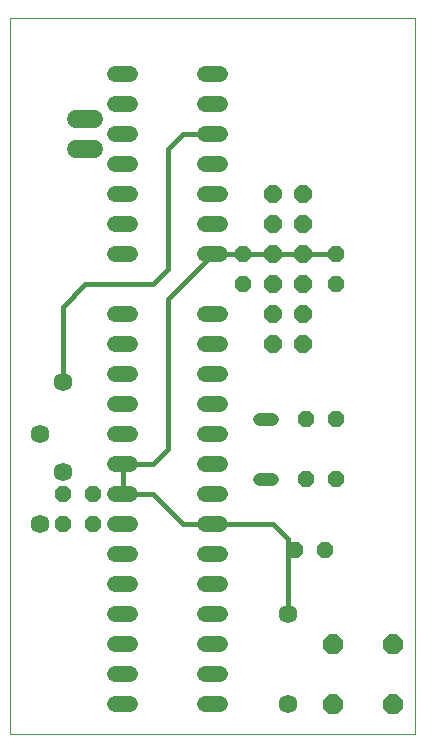
<source format=gtl>
G75*
%MOIN*%
%OFA0B0*%
%FSLAX24Y24*%
%IPPOS*%
%LPD*%
%AMOC8*
5,1,8,0,0,1.08239X$1,22.5*
%
%ADD10C,0.0000*%
%ADD11C,0.0520*%
%ADD12OC8,0.0600*%
%ADD13C,0.0440*%
%ADD14OC8,0.0660*%
%ADD15C,0.0625*%
%ADD16OC8,0.0520*%
%ADD17C,0.0600*%
%ADD18C,0.0160*%
D10*
X002000Y000530D02*
X002000Y024400D01*
X015492Y024400D01*
X015492Y000530D01*
X002000Y000530D01*
D11*
X005490Y001530D02*
X006010Y001530D01*
X006010Y002530D02*
X005490Y002530D01*
X005490Y003530D02*
X006010Y003530D01*
X006010Y004530D02*
X005490Y004530D01*
X005490Y005530D02*
X006010Y005530D01*
X006010Y006530D02*
X005490Y006530D01*
X005490Y007530D02*
X006010Y007530D01*
X006010Y008530D02*
X005490Y008530D01*
X005490Y009530D02*
X006010Y009530D01*
X006010Y010530D02*
X005490Y010530D01*
X005490Y011530D02*
X006010Y011530D01*
X006010Y012530D02*
X005490Y012530D01*
X005490Y013530D02*
X006010Y013530D01*
X006010Y014530D02*
X005490Y014530D01*
X005490Y016530D02*
X006010Y016530D01*
X006010Y017530D02*
X005490Y017530D01*
X005490Y018530D02*
X006010Y018530D01*
X006010Y019530D02*
X005490Y019530D01*
X005490Y020530D02*
X006010Y020530D01*
X006010Y021530D02*
X005490Y021530D01*
X005490Y022530D02*
X006010Y022530D01*
X008490Y022530D02*
X009010Y022530D01*
X009010Y021530D02*
X008490Y021530D01*
X008490Y020530D02*
X009010Y020530D01*
X009010Y019530D02*
X008490Y019530D01*
X008490Y018530D02*
X009010Y018530D01*
X009010Y017530D02*
X008490Y017530D01*
X008490Y016530D02*
X009010Y016530D01*
X009010Y014530D02*
X008490Y014530D01*
X008490Y013530D02*
X009010Y013530D01*
X009010Y012530D02*
X008490Y012530D01*
X008490Y011530D02*
X009010Y011530D01*
X009010Y010530D02*
X008490Y010530D01*
X008490Y009530D02*
X009010Y009530D01*
X009010Y008530D02*
X008490Y008530D01*
X008490Y007530D02*
X009010Y007530D01*
X009010Y006530D02*
X008490Y006530D01*
X008490Y005530D02*
X009010Y005530D01*
X009010Y004530D02*
X008490Y004530D01*
X008490Y003530D02*
X009010Y003530D01*
X009010Y002530D02*
X008490Y002530D01*
X008490Y001530D02*
X009010Y001530D01*
D12*
X010750Y013530D03*
X010750Y014530D03*
X010750Y015530D03*
X010750Y016530D03*
X010750Y017530D03*
X010750Y018530D03*
X011750Y018530D03*
X011750Y017530D03*
X011750Y016530D03*
X011750Y015530D03*
X011750Y014530D03*
X011750Y013530D03*
D13*
X010720Y011030D02*
X010280Y011030D01*
X010280Y009030D02*
X010720Y009030D01*
D14*
X012750Y003530D03*
X012750Y001530D03*
X014750Y001530D03*
X014750Y003530D03*
D15*
X011250Y004530D03*
X011250Y001530D03*
X003750Y009280D03*
X003000Y010530D03*
X003750Y012280D03*
X003000Y007530D03*
D16*
X003750Y007530D03*
X003750Y008530D03*
X004750Y008530D03*
X004750Y007530D03*
X009750Y015530D03*
X009750Y016530D03*
X012875Y016530D03*
X012875Y015530D03*
X012875Y011030D03*
X011875Y011030D03*
X011875Y009030D03*
X012875Y009030D03*
X012500Y006655D03*
X011500Y006655D03*
D17*
X004800Y020030D02*
X004200Y020030D01*
X004200Y021030D02*
X004800Y021030D01*
D18*
X007250Y020030D02*
X007750Y020530D01*
X008750Y020530D01*
X007250Y020030D02*
X007250Y016030D01*
X006750Y015530D01*
X004500Y015530D01*
X003750Y014780D01*
X003750Y012280D01*
X005750Y009530D02*
X006750Y009530D01*
X007250Y010030D01*
X007250Y015030D01*
X008750Y016530D01*
X009750Y016530D01*
X010750Y016530D01*
X011750Y016530D01*
X012875Y016530D01*
X010750Y007530D02*
X008750Y007530D01*
X007750Y007530D01*
X006750Y008530D01*
X005750Y008530D01*
X005750Y009530D01*
X010750Y007530D02*
X011250Y007030D01*
X011250Y006655D01*
X011500Y006655D01*
X011250Y006655D02*
X011250Y004530D01*
M02*

</source>
